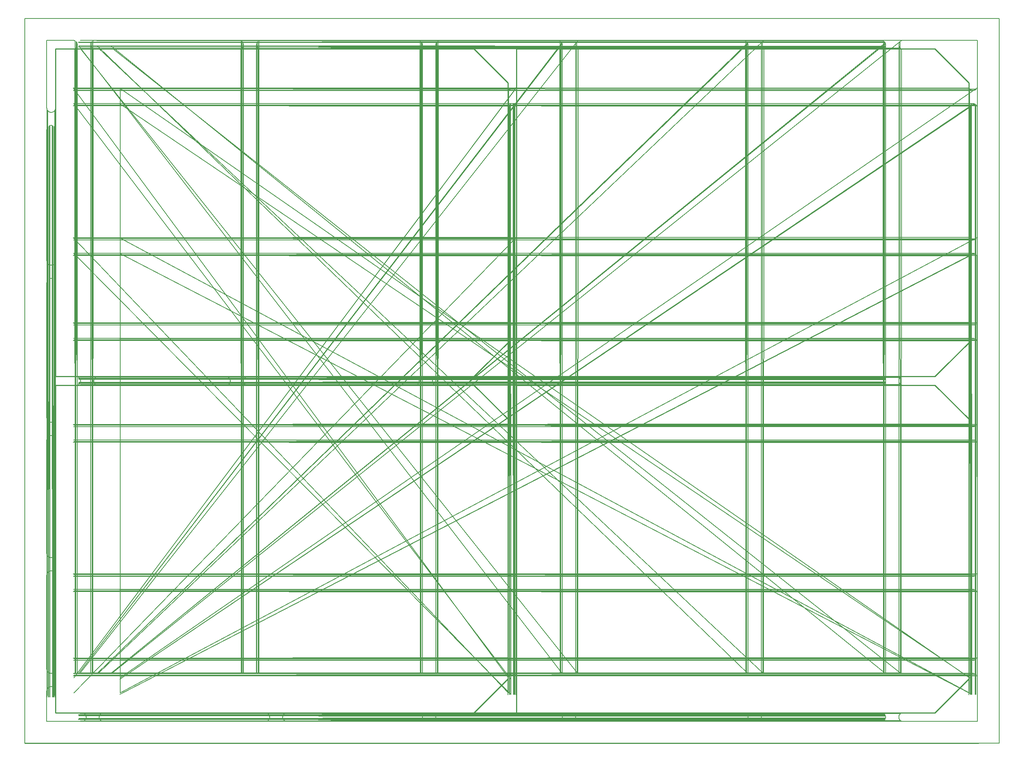
<source format=gm1>
%FSTAX24Y24*%
%MOMM*%
%SFA1B1*%

%IPPOS*%
%ADD31C,0.253999*%
%ADD32C,0.200000*%
%LNpcbpannel-1*%
%LPD*%
G54D31*
X0Y0D02*
X2182499D01*
X1104999Y147499D02*
Y742499D01*
X1027499Y069999D02*
X1104999Y147499D01*
X069999Y069999D02*
X1027499D01*
Y819999D02*
X1104999Y742499D01*
X069999Y819999D02*
X1027499D01*
X069999Y069999D02*
Y819999D01*
X1104999Y917499D02*
Y1512499D01*
X1027499Y839999D02*
X1104999Y917499D01*
X069999Y839999D02*
X1027499D01*
Y1589999D02*
X1104999Y1512499D01*
X069999Y1589999D02*
X1027499D01*
X069999Y839999D02*
Y1589999D01*
X2159999Y917499D02*
Y1512499D01*
X2082499Y839999D02*
X2159999Y917499D01*
X1124999Y839999D02*
X2082499D01*
Y1589999D02*
X2159999Y1512499D01*
X1124999Y1589999D02*
X2082499D01*
X1124999Y839999D02*
Y1589999D01*
X2159999Y147499D02*
Y742499D01*
X2082499Y069999D02*
X2159999Y147499D01*
X1124999Y069999D02*
X2082499D01*
Y819999D02*
X2159999Y742499D01*
X1124999Y819999D02*
X2082499D01*
X1124999Y069999D02*
Y819999D01*
G54D32*
X459999Y819999D02*
D01*
X460697Y820024*
X461391Y820097*
X462079Y820218*
X462756Y820387*
X463419Y820602*
X464067Y820864*
X464694Y82117*
X465299Y821519*
X465877Y821909*
X466427Y822339*
X466946Y822806*
X467431Y823308*
X467879Y823843*
X46829Y824408*
X46866Y824999*
X468987Y825616*
X469271Y826253*
X46951Y826909*
X469702Y82758*
X469847Y828263*
X469945Y828954*
X469993Y82965*
Y830348*
X469945Y831045*
X469847Y831736*
X469702Y832419*
X46951Y83309*
X469271Y833745*
X468987Y834383*
X46866Y834999*
X46829Y835591*
X467879Y836156*
X467431Y836691*
X466946Y837193*
X466427Y83766*
X465877Y83809*
X465299Y83848*
X464694Y838829*
X464067Y839135*
X463419Y839396*
X462756Y839612*
X462079Y839781*
X461391Y839902*
X460697Y839975*
X459999Y839999*
X509999D02*
D01*
X509302Y839975*
X508608Y839902*
X50792Y839781*
X507243Y839612*
X506579Y839396*
X505932Y839135*
X505305Y838829*
X5047Y83848*
X504121Y83809*
X503572Y83766*
X503053Y837193*
X502568Y836691*
X502119Y836156*
X501709Y835591*
X501339Y834999*
X501011Y834383*
X500727Y833745*
X500489Y83309*
X500296Y832419*
X500151Y831736*
X500054Y831045*
X500005Y830348*
Y82965*
X500054Y828954*
X500151Y828263*
X500296Y82758*
X500489Y826909*
X500727Y826253*
X501011Y825616*
X501339Y824999*
X501709Y824408*
X502119Y823843*
X502568Y823308*
X503053Y822806*
X503572Y822339*
X504121Y821909*
X5047Y821519*
X505305Y82117*
X505932Y820864*
X506579Y820602*
X507243Y820387*
X50792Y820218*
X508608Y820097*
X509302Y820024*
X509999Y819999*
X942499Y839999D02*
D01*
X941802Y839975*
X941108Y839902*
X94042Y839781*
X939743Y839612*
X939079Y839396*
X938432Y839135*
X937805Y838829*
X9372Y83848*
X936621Y83809*
X936072Y83766*
X935553Y837193*
X935068Y836691*
X934619Y836156*
X934209Y835591*
X933839Y834999*
X933511Y834383*
X933228Y833745*
X932989Y83309*
X932796Y832419*
X932651Y831736*
X932554Y831045*
X932505Y830348*
Y82965*
X932554Y828954*
X932651Y828263*
X932796Y82758*
X932989Y826909*
X933228Y826253*
X933511Y825616*
X933839Y824999*
X934209Y824408*
X934619Y823843*
X935068Y823308*
X935553Y822806*
X936072Y822339*
X936621Y821909*
X9372Y821519*
X937805Y82117*
X938432Y820864*
X939079Y820602*
X939743Y820387*
X94042Y820218*
X941108Y820097*
X941802Y820024*
X942499Y819999*
X892499D02*
D01*
X893197Y820024*
X893891Y820097*
X894579Y820218*
X895256Y820387*
X895919Y820602*
X896567Y820864*
X897194Y82117*
X897799Y821519*
X898377Y821909*
X898927Y822339*
X899446Y822806*
X899931Y823308*
X900379Y823843*
X90079Y824408*
X90116Y824999*
X901487Y825616*
X901771Y826253*
X90201Y826909*
X902202Y82758*
X902347Y828263*
X902444Y828954*
X902493Y82965*
Y830348*
X902444Y831045*
X902347Y831736*
X902202Y832419*
X90201Y83309*
X901771Y833745*
X901487Y834383*
X90116Y834999*
X90079Y835591*
X900379Y836156*
X899931Y836691*
X899446Y837193*
X898927Y83766*
X898377Y83809*
X897799Y83848*
X897194Y838829*
X896567Y839135*
X895919Y839396*
X895256Y839612*
X894579Y839781*
X893891Y839902*
X893197Y839975*
X892499Y839999*
X167499D02*
D01*
X166802Y839975*
X166108Y839902*
X16542Y839781*
X164743Y839612*
X164079Y839396*
X163432Y839135*
X162805Y838829*
X1622Y83848*
X161621Y83809*
X161072Y83766*
X160553Y837193*
X160068Y836691*
X159619Y836156*
X159209Y835591*
X158839Y834999*
X158512Y834383*
X158228Y833745*
X157989Y83309*
X157796Y832419*
X157651Y831736*
X157554Y831045*
X157505Y830348*
Y82965*
X157554Y828954*
X157651Y828263*
X157796Y82758*
X157989Y826909*
X158228Y826253*
X158512Y825616*
X158839Y824999*
X159209Y824408*
X159619Y823843*
X160068Y823308*
X160553Y822806*
X161072Y822339*
X161621Y821909*
X1622Y821519*
X162805Y82117*
X163432Y820864*
X164079Y820602*
X164743Y820387*
X16542Y820218*
X166108Y820097*
X166802Y820024*
X167499Y819999*
X117499D02*
D01*
X118197Y820024*
X118891Y820097*
X119578Y820218*
X120256Y820387*
X12092Y820602*
X121567Y820864*
X122194Y82117*
X122799Y821519*
X123377Y821909*
X123927Y822339*
X124446Y822806*
X124931Y823308*
X125379Y823843*
X12579Y824408*
X12616Y824999*
X126487Y825616*
X126771Y826253*
X12701Y826909*
X127202Y82758*
X127347Y828263*
X127445Y828954*
X127493Y82965*
Y830348*
X127445Y831045*
X127347Y831736*
X127202Y832419*
X12701Y83309*
X126771Y833745*
X126487Y834383*
X12616Y834999*
X12579Y835591*
X125379Y836156*
X124931Y836691*
X124446Y837193*
X123927Y83766*
X123377Y83809*
X122799Y83848*
X122194Y838829*
X121567Y839135*
X12092Y839396*
X120256Y839612*
X119578Y839781*
X118891Y839902*
X118197Y839975*
X117499Y839999*
X899999Y1589999D02*
D01*
X900697Y1590024*
X901391Y1590097*
X902078Y1590218*
X902756Y1590387*
X90342Y1590602*
X904067Y1590864*
X904694Y159117*
X905299Y1591519*
X905877Y1591909*
X906427Y1592339*
X906946Y1592806*
X907431Y1593308*
X90788Y1593843*
X90829Y1594408*
X90866Y1594999*
X908987Y1595616*
X909271Y1596253*
X90951Y1596909*
X909702Y159758*
X909848Y1598263*
X909945Y1598954*
X909993Y159965*
Y1600348*
X909945Y1601045*
X909848Y1601736*
X909702Y1602419*
X90951Y160309*
X909271Y1603745*
X908987Y1604383*
X90866Y1604999*
X90829Y1605591*
X90788Y1606156*
X907431Y1606691*
X906946Y1607193*
X906427Y160766*
X905877Y160809*
X905299Y160848*
X904694Y1608829*
X904067Y1609135*
X90342Y1609396*
X902756Y1609612*
X902078Y1609781*
X901391Y1609902*
X900697Y1609975*
X899999Y1609999*
X949999D02*
D01*
X949302Y1609975*
X948608Y1609902*
X94792Y1609781*
X947243Y1609612*
X946579Y1609396*
X945932Y1609135*
X945305Y1608829*
X9447Y160848*
X944122Y160809*
X943571Y160766*
X943053Y1607193*
X942568Y1606691*
X942119Y1606156*
X941709Y1605591*
X941339Y1604999*
X941011Y1604383*
X940728Y1603745*
X940489Y160309*
X940296Y1602419*
X940151Y1601736*
X940054Y1601045*
X940005Y1600348*
Y159965*
X940054Y1598954*
X940151Y1598263*
X940296Y159758*
X940489Y1596909*
X940728Y1596253*
X941011Y1595616*
X941339Y1594999*
X941709Y1594408*
X942119Y1593843*
X942568Y1593308*
X943053Y1592806*
X943571Y1592339*
X944122Y1591909*
X9447Y1591519*
X945305Y159117*
X945932Y1590864*
X946579Y1590602*
X947243Y1590387*
X94792Y1590218*
X948608Y1590097*
X949302Y1590024*
X949999Y1589999*
X489999D02*
D01*
X490697Y1590024*
X491391Y1590097*
X492079Y1590218*
X492756Y1590387*
X49342Y1590602*
X494067Y1590864*
X494694Y159117*
X495298Y1591519*
X495877Y1591909*
X496427Y1592339*
X496946Y1592806*
X497431Y1593308*
X497879Y1593843*
X49829Y1594408*
X49866Y1594999*
X498987Y1595616*
X499271Y1596253*
X49951Y1596909*
X499702Y159758*
X499847Y1598263*
X499945Y1598954*
X499993Y159965*
Y1600348*
X499945Y1601045*
X499847Y1601736*
X499702Y1602419*
X49951Y160309*
X499271Y1603745*
X498987Y1604383*
X49866Y1604999*
X49829Y1605591*
X497879Y1606156*
X497431Y1606691*
X496946Y1607193*
X496427Y160766*
X495877Y160809*
X495298Y160848*
X494694Y1608829*
X494067Y1609135*
X49342Y1609396*
X492756Y1609612*
X492079Y1609781*
X491391Y1609902*
X490697Y1609975*
X489999Y1609999*
X539999D02*
D01*
X539302Y1609975*
X538608Y1609902*
X53792Y1609781*
X537243Y1609612*
X536579Y1609396*
X535932Y1609135*
X535305Y1608829*
X5347Y160848*
X534122Y160809*
X533571Y160766*
X533053Y1607193*
X532568Y1606691*
X532119Y1606156*
X531709Y1605591*
X531339Y1604999*
X531011Y1604383*
X530727Y1603745*
X530489Y160309*
X530296Y1602419*
X530151Y1601736*
X530054Y1601045*
X530006Y1600348*
Y159965*
X530054Y1598954*
X530151Y1598263*
X530296Y159758*
X530489Y1596909*
X530727Y1596253*
X531011Y1595616*
X531339Y1594999*
X531709Y1594408*
X532119Y1593843*
X532568Y1593308*
X533053Y1592806*
X533571Y1592339*
X534122Y1591909*
X5347Y1591519*
X535305Y159117*
X535932Y1590864*
X536579Y1590602*
X537243Y1590387*
X53792Y1590218*
X538608Y1590097*
X539302Y1590024*
X539999Y1589999*
X109999D02*
D01*
X110697Y1590024*
X111391Y1590097*
X112079Y1590218*
X112756Y1590387*
X11342Y1590602*
X114067Y1590864*
X114694Y159117*
X115298Y1591519*
X115877Y1591909*
X116427Y1592339*
X116946Y1592806*
X117431Y1593308*
X117879Y1593843*
X11829Y1594408*
X11866Y1594999*
X118987Y1595616*
X119271Y1596253*
X11951Y1596909*
X119702Y159758*
X119847Y1598263*
X119945Y1598954*
X119993Y159965*
Y1600348*
X119945Y1601045*
X119847Y1601736*
X119702Y1602419*
X11951Y160309*
X119271Y1603745*
X118987Y1604383*
X11866Y1604999*
X11829Y1605591*
X117879Y1606156*
X117431Y1606691*
X116946Y1607193*
X116427Y160766*
X115877Y160809*
X115298Y160848*
X114694Y1608829*
X114067Y1609135*
X11342Y1609396*
X112756Y1609612*
X112079Y1609781*
X111391Y1609902*
X110697Y1609975*
X109999Y1609999*
X159999D02*
D01*
X159302Y1609975*
X158608Y1609902*
X15792Y1609781*
X157243Y1609612*
X156579Y1609396*
X155932Y1609135*
X155305Y1608829*
X1547Y160848*
X154122Y160809*
X153571Y160766*
X153053Y1607193*
X152568Y1606691*
X152119Y1606156*
X151709Y1605591*
X151339Y1604999*
X151011Y1604383*
X150727Y1603745*
X150489Y160309*
X150296Y1602419*
X150151Y1601736*
X150054Y1601045*
X150006Y1600348*
Y159965*
X150054Y1598954*
X150151Y1598263*
X150296Y159758*
X150489Y1596909*
X150727Y1596253*
X151011Y1595616*
X151339Y1594999*
X151709Y1594408*
X152119Y1593843*
X152568Y1593308*
X153053Y1592806*
X153571Y1592339*
X154122Y1591909*
X1547Y1591519*
X155305Y159117*
X155932Y1590864*
X156579Y1590602*
X157243Y1590387*
X15792Y1590218*
X158608Y1590097*
X159302Y1590024*
X159999Y1589999*
X069999Y1404999D02*
D01*
X069975Y1405697*
X069902Y1406391*
X069781Y1407078*
X069612Y1407756*
X069396Y140842*
X069135Y1409067*
X068829Y1409694*
X06848Y1410299*
X06809Y1410877*
X06766Y1411427*
X067193Y1411946*
X066691Y1412431*
X066156Y141288*
X065591Y141329*
X064999Y141366*
X064383Y1413987*
X063745Y1414271*
X06309Y141451*
X062418Y1414702*
X061736Y1414848*
X061045Y1414945*
X060348Y1414993*
X05965*
X058954Y1414945*
X058263Y1414848*
X05758Y1414702*
X056909Y141451*
X056253Y1414271*
X055616Y1413987*
X054999Y141366*
X054408Y141329*
X053843Y141288*
X053308Y1412431*
X052806Y1411946*
X052339Y1411427*
X051909Y1410877*
X051519Y1410299*
X05117Y1409694*
X050864Y1409067*
X050602Y140842*
X050387Y1407756*
X050218Y1407078*
X050097Y1406391*
X050024Y1405697*
X049999Y1404999*
Y1454999D02*
D01*
X050024Y1454302*
X050097Y1453608*
X050218Y145292*
X050387Y1452243*
X050602Y1451579*
X050864Y1450932*
X05117Y1450305*
X051519Y14497*
X051909Y1449122*
X052339Y1448571*
X052806Y1448053*
X053308Y1447568*
X053843Y1447119*
X054408Y1446709*
X054999Y1446339*
X055616Y1446011*
X056253Y1445728*
X056909Y1445489*
X05758Y1445296*
X058263Y1445151*
X058954Y1445054*
X05965Y1445006*
X060348*
X061045Y1445054*
X061736Y1445151*
X062418Y1445296*
X06309Y1445489*
X063745Y1445728*
X064383Y1446011*
X064999Y1446339*
X065591Y1446709*
X066156Y1447119*
X066691Y1447568*
X067193Y1448053*
X06766Y1448571*
X06809Y1449122*
X06848Y14497*
X068829Y1450305*
X069135Y1450932*
X069396Y1451579*
X069612Y1452243*
X069781Y145292*
X069902Y1453608*
X069975Y1454302*
X069999Y1454999*
Y1054999D02*
D01*
X069975Y1055697*
X069902Y1056391*
X069781Y1057078*
X069612Y1057756*
X069396Y105842*
X069135Y1059067*
X068829Y1059694*
X06848Y1060299*
X06809Y1060877*
X06766Y1061427*
X067193Y1061946*
X066691Y1062431*
X066156Y106288*
X065591Y106329*
X064999Y106366*
X064383Y1063987*
X063745Y1064271*
X06309Y106451*
X062418Y1064702*
X061736Y1064848*
X061045Y1064945*
X060348Y1064993*
X05965*
X058954Y1064945*
X058263Y1064848*
X05758Y1064702*
X056909Y106451*
X056253Y1064271*
X055616Y1063987*
X054999Y106366*
X054408Y106329*
X053843Y106288*
X053308Y1062431*
X052806Y1061946*
X052339Y1061427*
X051909Y1060877*
X051519Y1060299*
X05117Y1059694*
X050864Y1059067*
X050602Y105842*
X050387Y1057756*
X050218Y1057078*
X050097Y1056391*
X050024Y1055697*
X049999Y1054999*
Y1104999D02*
D01*
X050024Y1104302*
X050097Y1103608*
X050218Y110292*
X050387Y1102243*
X050602Y1101579*
X050864Y1100932*
X05117Y1100305*
X051519Y10997*
X051909Y1099122*
X052339Y1098572*
X052806Y1098053*
X053308Y1097568*
X053843Y1097119*
X054408Y1096709*
X054999Y1096339*
X055616Y1096012*
X056253Y1095728*
X056909Y1095489*
X05758Y1095297*
X058263Y1095151*
X058954Y1095054*
X05965Y1095005*
X060348*
X061045Y1095054*
X061736Y1095151*
X062418Y1095297*
X06309Y1095489*
X063745Y1095728*
X064383Y1096012*
X064999Y1096339*
X065591Y1096709*
X066156Y1097119*
X066691Y1097568*
X067193Y1098053*
X06766Y1098572*
X06809Y1099122*
X06848Y10997*
X068829Y1100305*
X069135Y1100932*
X069396Y1101579*
X069612Y1102243*
X069781Y110292*
X069902Y1103608*
X069975Y1104302*
X069999Y1104999*
X179999Y069999D02*
D01*
X179302Y069975*
X178608Y069902*
X17792Y069781*
X177243Y069612*
X176579Y069396*
X175932Y069135*
X175305Y068829*
X1747Y06848*
X174122Y06809*
X173571Y06766*
X173053Y067193*
X172568Y066691*
X172119Y066156*
X171709Y065591*
X171339Y064999*
X171011Y064383*
X170728Y063745*
X170489Y06309*
X170296Y062418*
X170151Y061736*
X170054Y061045*
X170006Y060348*
Y05965*
X170054Y058954*
X170151Y058263*
X170296Y05758*
X170489Y056909*
X170728Y056253*
X171011Y055616*
X171339Y054999*
X171709Y054408*
X172119Y053843*
X172568Y053308*
X173053Y052806*
X173571Y052339*
X174122Y051909*
X1747Y051519*
X175305Y05117*
X175932Y050864*
X176579Y050602*
X177243Y050387*
X17792Y050218*
X178608Y050097*
X179302Y050024*
X179999Y049999*
X129999D02*
D01*
X130697Y050024*
X131391Y050097*
X132078Y050218*
X132756Y050387*
X13342Y050602*
X134067Y050864*
X134694Y05117*
X135298Y051519*
X135877Y051909*
X136427Y052339*
X136946Y052806*
X137431Y053308*
X13788Y053843*
X13829Y054408*
X13866Y054999*
X138987Y055616*
X139271Y056253*
X13951Y056909*
X139702Y05758*
X139847Y058263*
X139945Y058954*
X139993Y05965*
Y060348*
X139945Y061045*
X139847Y061736*
X139702Y062418*
X13951Y06309*
X139271Y063745*
X138987Y064383*
X13866Y064999*
X13829Y065591*
X13788Y066156*
X137431Y066691*
X136946Y067193*
X136427Y06766*
X135877Y06809*
X135298Y06848*
X134694Y068829*
X134067Y069135*
X13342Y069396*
X132756Y069612*
X132078Y069781*
X131391Y069902*
X130697Y069975*
X129999Y069999*
X599999D02*
D01*
X599302Y069975*
X598608Y069902*
X59792Y069781*
X597243Y069612*
X596579Y069396*
X595932Y069135*
X595305Y068829*
X5947Y06848*
X594122Y06809*
X593572Y06766*
X593053Y067193*
X592568Y066691*
X592119Y066156*
X591709Y065591*
X591339Y064999*
X591012Y064383*
X590728Y063745*
X590489Y06309*
X590297Y062418*
X590151Y061736*
X590054Y061045*
X590005Y060348*
Y05965*
X590054Y058954*
X590151Y058263*
X590297Y05758*
X590489Y056909*
X590728Y056253*
X591012Y055616*
X591339Y054999*
X591709Y054408*
X592119Y053843*
X592568Y053308*
X593053Y052806*
X593572Y052339*
X594122Y051909*
X5947Y051519*
X595305Y05117*
X595932Y050864*
X596579Y050602*
X597243Y050387*
X59792Y050218*
X598608Y050097*
X599302Y050024*
X599999Y049999*
X549999D02*
D01*
X550697Y050024*
X551391Y050097*
X552078Y050218*
X552756Y050387*
X55342Y050602*
X554067Y050864*
X554694Y05117*
X555299Y051519*
X555877Y051909*
X556427Y052339*
X556946Y052806*
X557431Y053308*
X55788Y053843*
X55829Y054408*
X55866Y054999*
X558987Y055616*
X559271Y056253*
X55951Y056909*
X559702Y05758*
X559848Y058263*
X559945Y058954*
X559993Y05965*
Y060348*
X559945Y061045*
X559848Y061736*
X559702Y062418*
X55951Y06309*
X559271Y063745*
X558987Y064383*
X55866Y064999*
X55829Y065591*
X55788Y066156*
X557431Y066691*
X556946Y067193*
X556427Y06766*
X555877Y06809*
X555299Y06848*
X554694Y068829*
X554067Y069135*
X55342Y069396*
X552756Y069612*
X552078Y069781*
X551391Y069902*
X550697Y069975*
X549999Y069999*
X949999D02*
D01*
X949302Y069975*
X948608Y069902*
X94792Y069781*
X947243Y069612*
X946579Y069396*
X945932Y069135*
X945305Y068829*
X9447Y06848*
X944122Y06809*
X943571Y06766*
X943053Y067193*
X942568Y066691*
X942119Y066156*
X941709Y065591*
X941339Y064999*
X941011Y064383*
X940728Y063745*
X940489Y06309*
X940296Y062418*
X940151Y061736*
X940054Y061045*
X940005Y060348*
Y05965*
X940054Y058954*
X940151Y058263*
X940296Y05758*
X940489Y056909*
X940728Y056253*
X941011Y055616*
X941339Y054999*
X941709Y054408*
X942119Y053843*
X942568Y053308*
X943053Y052806*
X943571Y052339*
X944122Y051909*
X9447Y051519*
X945305Y05117*
X945932Y050864*
X946579Y050602*
X947243Y050387*
X94792Y050218*
X948608Y050097*
X949302Y050024*
X949999Y049999*
X899999D02*
D01*
X900697Y050024*
X901391Y050097*
X902078Y050218*
X902756Y050387*
X90342Y050602*
X904067Y050864*
X904694Y05117*
X905299Y051519*
X905877Y051909*
X906427Y052339*
X906946Y052806*
X907431Y053308*
X90788Y053843*
X90829Y054408*
X90866Y054999*
X908987Y055616*
X909271Y056253*
X90951Y056909*
X909702Y05758*
X909848Y058263*
X909945Y058954*
X909993Y05965*
Y060348*
X909945Y061045*
X909848Y061736*
X909702Y062418*
X90951Y06309*
X909271Y063745*
X908987Y064383*
X90866Y064999*
X90829Y065591*
X90788Y066156*
X907431Y066691*
X906946Y067193*
X906427Y06766*
X905877Y06809*
X905299Y06848*
X904694Y068829*
X904067Y069135*
X90342Y069396*
X902756Y069612*
X902078Y069781*
X901391Y069902*
X900697Y069975*
X899999Y069999*
X127D02*
D01*
X1269302Y069975*
X1268608Y069902*
X126792Y069781*
X1267243Y069612*
X1266579Y069396*
X1265932Y069135*
X1265305Y068829*
X12647Y06848*
X1264121Y06809*
X1263572Y06766*
X1263053Y067193*
X1262568Y066691*
X1262119Y066156*
X1261709Y065591*
X1261339Y064999*
X1261011Y064383*
X1260727Y063745*
X1260489Y06309*
X1260296Y062418*
X1260151Y061736*
X1260054Y061045*
X1260005Y060348*
Y05965*
X1260054Y058954*
X1260151Y058263*
X1260296Y05758*
X1260489Y056909*
X1260727Y056253*
X1261011Y055616*
X1261339Y054999*
X1261709Y054408*
X1262119Y053843*
X1262568Y053308*
X1263053Y052806*
X1263572Y052339*
X1264121Y051909*
X12647Y051519*
X1265305Y05117*
X1265932Y050864*
X1266579Y050602*
X1267243Y050387*
X126792Y050218*
X1268608Y050097*
X1269302Y050024*
X127Y049999*
X1219999D02*
D01*
X1220697Y050024*
X1221391Y050097*
X1222079Y050218*
X1222756Y050387*
X1223419Y050602*
X1224067Y050864*
X1224694Y05117*
X1225299Y051519*
X1225877Y051909*
X1226427Y052339*
X1226946Y052806*
X1227431Y053308*
X1227879Y053843*
X122829Y054408*
X122866Y054999*
X1228987Y055616*
X1229271Y056253*
X122951Y056909*
X1229702Y05758*
X1229847Y058263*
X1229945Y058954*
X1229993Y05965*
Y060348*
X1229945Y061045*
X1229847Y061736*
X1229702Y062418*
X122951Y06309*
X1229271Y063745*
X1228987Y064383*
X122866Y064999*
X122829Y065591*
X1227879Y066156*
X1227431Y066691*
X1226946Y067193*
X1226427Y06766*
X1225877Y06809*
X1225299Y06848*
X1224694Y068829*
X1224067Y069135*
X1223419Y069396*
X1222756Y069612*
X1222079Y069781*
X1221391Y069902*
X1220697Y069975*
X1219999Y069999*
X1694999D02*
D01*
X1694302Y069975*
X1693608Y069902*
X169292Y069781*
X1692243Y069612*
X1691579Y069396*
X1690932Y069135*
X1690305Y068829*
X16897Y06848*
X1689122Y06809*
X1688571Y06766*
X1688053Y067193*
X1687568Y066691*
X1687119Y066156*
X1686709Y065591*
X1686339Y064999*
X1686011Y064383*
X1685728Y063745*
X1685489Y06309*
X1685296Y062418*
X1685151Y061736*
X1685054Y061045*
X1685006Y060348*
Y05965*
X1685054Y058954*
X1685151Y058263*
X1685296Y05758*
X1685489Y056909*
X1685728Y056253*
X1686011Y055616*
X1686339Y054999*
X1686709Y054408*
X1687119Y053843*
X1687568Y053308*
X1688053Y052806*
X1688571Y052339*
X1689122Y051909*
X16897Y051519*
X1690305Y05117*
X1690932Y050864*
X1691579Y050602*
X1692243Y050387*
X169292Y050218*
X1693608Y050097*
X1694302Y050024*
X1694999Y049999*
X1644999D02*
D01*
X1645697Y050024*
X1646391Y050097*
X1647079Y050218*
X1647756Y050387*
X164842Y050602*
X1649067Y050864*
X1649694Y05117*
X1650298Y051519*
X1650877Y051909*
X1651427Y052339*
X1651946Y052806*
X1652431Y053308*
X1652879Y053843*
X165329Y054408*
X165366Y054999*
X1653987Y055616*
X1654271Y056253*
X165451Y056909*
X1654702Y05758*
X1654847Y058263*
X1654945Y058954*
X1654993Y05965*
Y060348*
X1654945Y061045*
X1654847Y061736*
X1654702Y062418*
X165451Y06309*
X1654271Y063745*
X1653987Y064383*
X165366Y064999*
X165329Y065591*
X1652879Y066156*
X1652431Y066691*
X1651946Y067193*
X1651427Y06766*
X1650877Y06809*
X1650298Y06848*
X1649694Y068829*
X1649067Y069135*
X164842Y069396*
X1647756Y069612*
X1647079Y069781*
X1646391Y069902*
X1645697Y069975*
X1644999Y069999*
X2009999D02*
D01*
X2009302Y069975*
X2008608Y069902*
X200792Y069781*
X2007243Y069612*
X2006579Y069396*
X2005932Y069135*
X2005305Y068829*
X20047Y06848*
X2004121Y06809*
X2003572Y06766*
X2003053Y067193*
X2002568Y066691*
X2002119Y066156*
X2001709Y065591*
X2001339Y064999*
X2001012Y064383*
X2000728Y063745*
X2000489Y06309*
X2000296Y062418*
X2000151Y061736*
X2000054Y061045*
X2000005Y060348*
Y05965*
X2000054Y058954*
X2000151Y058263*
X2000296Y05758*
X2000489Y056909*
X2000728Y056253*
X2001012Y055616*
X2001339Y054999*
X2001709Y054408*
X2002119Y053843*
X2002568Y053308*
X2003053Y052806*
X2003572Y052339*
X2004121Y051909*
X20047Y051519*
X2005305Y05117*
X2005932Y050864*
X2006579Y050602*
X2007243Y050387*
X200792Y050218*
X2008608Y050097*
X2009302Y050024*
X2009999Y049999*
X1959999D02*
D01*
X1960697Y050024*
X1961391Y050097*
X1962078Y050218*
X1962756Y050387*
X196342Y050602*
X1964067Y050864*
X1964694Y05117*
X1965299Y051519*
X1965877Y051909*
X1966427Y052339*
X1966946Y052806*
X1967431Y053308*
X1967879Y053843*
X196829Y054408*
X196866Y054999*
X1968987Y055616*
X1969271Y056253*
X196951Y056909*
X1969702Y05758*
X1969847Y058263*
X1969945Y058954*
X1969993Y05965*
Y060348*
X1969945Y061045*
X1969847Y061736*
X1969702Y062418*
X196951Y06309*
X1969271Y063745*
X1968987Y064383*
X196866Y064999*
X196829Y065591*
X1967879Y066156*
X1967431Y066691*
X1966946Y067193*
X1966427Y06766*
X1965877Y06809*
X1965299Y06848*
X1964694Y068829*
X1964067Y069135*
X196342Y069396*
X1962756Y069612*
X1962078Y069781*
X1961391Y069902*
X1960697Y069975*
X1959999Y069999*
Y819999D02*
D01*
X1960697Y820024*
X1961391Y820097*
X1962078Y820218*
X1962756Y820387*
X196342Y820602*
X1964067Y820864*
X1964694Y82117*
X1965299Y821519*
X1965877Y821909*
X1966427Y822339*
X1966946Y822806*
X1967431Y823308*
X1967879Y823843*
X196829Y824408*
X196866Y824999*
X1968987Y825616*
X1969271Y826253*
X196951Y826909*
X1969702Y82758*
X1969847Y828263*
X1969945Y828954*
X1969993Y82965*
Y830348*
X1969945Y831045*
X1969847Y831736*
X1969702Y832419*
X196951Y83309*
X1969271Y833745*
X1968987Y834383*
X196866Y834999*
X196829Y835591*
X1967879Y836156*
X1967431Y836691*
X1966946Y837193*
X1966427Y83766*
X1965877Y83809*
X1965299Y83848*
X1964694Y838829*
X1964067Y839135*
X196342Y839396*
X1962756Y839612*
X1962078Y839781*
X1961391Y839902*
X1960697Y839975*
X1959999Y839999*
X2009999D02*
D01*
X2009302Y839975*
X2008608Y839902*
X200792Y839781*
X2007243Y839612*
X2006579Y839396*
X2005932Y839135*
X2005305Y838829*
X20047Y83848*
X2004121Y83809*
X2003572Y83766*
X2003053Y837193*
X2002568Y836691*
X2002119Y836156*
X2001709Y835591*
X2001339Y834999*
X2001012Y834383*
X2000728Y833745*
X2000489Y83309*
X2000296Y832419*
X2000151Y831736*
X2000054Y831045*
X2000005Y830348*
Y82965*
X2000054Y828954*
X2000151Y828263*
X2000296Y82758*
X2000489Y826909*
X2000728Y826253*
X2001012Y825616*
X2001339Y824999*
X2001709Y824408*
X2002119Y823843*
X2002568Y823308*
X2003053Y822806*
X2003572Y822339*
X2004121Y821909*
X20047Y821519*
X2005305Y82117*
X2005932Y820864*
X2006579Y820602*
X2007243Y820387*
X200792Y820218*
X2008608Y820097*
X2009302Y820024*
X2009999Y819999*
X1644999D02*
D01*
X1645697Y820024*
X1646391Y820097*
X1647079Y820218*
X1647756Y820387*
X164842Y820602*
X1649067Y820864*
X1649694Y82117*
X1650298Y821519*
X1650877Y821909*
X1651427Y822339*
X1651946Y822806*
X1652431Y823308*
X1652879Y823843*
X165329Y824408*
X165366Y824999*
X1653987Y825616*
X1654271Y826253*
X165451Y826909*
X1654702Y82758*
X1654847Y828263*
X1654945Y828954*
X1654993Y82965*
Y830348*
X1654945Y831045*
X1654847Y831736*
X1654702Y832419*
X165451Y83309*
X1654271Y833745*
X1653987Y834383*
X165366Y834999*
X165329Y835591*
X1652879Y836156*
X1652431Y836691*
X1651946Y837193*
X1651427Y83766*
X1650877Y83809*
X1650298Y83848*
X1649694Y838829*
X1649067Y839135*
X164842Y839396*
X1647756Y839612*
X1647079Y839781*
X1646391Y839902*
X1645697Y839975*
X1644999Y839999*
X1694999D02*
D01*
X1694302Y839975*
X1693608Y839902*
X169292Y839781*
X1692243Y839612*
X1691579Y839396*
X1690932Y839135*
X1690305Y838829*
X16897Y83848*
X1689122Y83809*
X1688571Y83766*
X1688053Y837193*
X1687568Y836691*
X1687119Y836156*
X1686709Y835591*
X1686339Y834999*
X1686011Y834383*
X1685728Y833745*
X1685489Y83309*
X1685296Y832419*
X1685151Y831736*
X1685054Y831045*
X1685006Y830348*
Y82965*
X1685054Y828954*
X1685151Y828263*
X1685296Y82758*
X1685489Y826909*
X1685728Y826253*
X1686011Y825616*
X1686339Y824999*
X1686709Y824408*
X1687119Y823843*
X1687568Y823308*
X1688053Y822806*
X1688571Y822339*
X1689122Y821909*
X16897Y821519*
X1690305Y82117*
X1690932Y820864*
X1691579Y820602*
X1692243Y820387*
X169292Y820218*
X1693608Y820097*
X1694302Y820024*
X1694999Y819999*
X1219999D02*
D01*
X1220697Y820024*
X1221391Y820097*
X1222079Y820218*
X1222756Y820387*
X1223419Y820602*
X1224067Y820864*
X1224694Y82117*
X1225299Y821519*
X1225877Y821909*
X1226427Y822339*
X1226946Y822806*
X1227431Y823308*
X1227879Y823843*
X122829Y824408*
X122866Y824999*
X1228987Y825616*
X1229271Y826253*
X122951Y826909*
X1229702Y82758*
X1229847Y828263*
X1229945Y828954*
X1229993Y82965*
Y830348*
X1229945Y831045*
X1229847Y831736*
X1229702Y832419*
X122951Y83309*
X1229271Y833745*
X1228987Y834383*
X122866Y834999*
X122829Y835591*
X1227879Y836156*
X1227431Y836691*
X1226946Y837193*
X1226427Y83766*
X1225877Y83809*
X1225299Y83848*
X1224694Y838829*
X1224067Y839135*
X1223419Y839396*
X1222756Y839612*
X1222079Y839781*
X1221391Y839902*
X1220697Y839975*
X1219999Y839999*
X127D02*
D01*
X1269302Y839975*
X1268608Y839902*
X126792Y839781*
X1267243Y839612*
X1266579Y839396*
X1265932Y839135*
X1265305Y838829*
X12647Y83848*
X1264121Y83809*
X1263572Y83766*
X1263053Y837193*
X1262568Y836691*
X1262119Y836156*
X1261709Y835591*
X1261339Y834999*
X1261011Y834383*
X1260727Y833745*
X1260489Y83309*
X1260296Y832419*
X1260151Y831736*
X1260054Y831045*
X1260005Y830348*
Y82965*
X1260054Y828954*
X1260151Y828263*
X1260296Y82758*
X1260489Y826909*
X1260727Y826253*
X1261011Y825616*
X1261339Y824999*
X1261709Y824408*
X1262119Y823843*
X1262568Y823308*
X1263053Y822806*
X1263572Y822339*
X1264121Y821909*
X12647Y821519*
X1265305Y82117*
X1265932Y820864*
X1266579Y820602*
X1267243Y820387*
X126792Y820218*
X1268608Y820097*
X1269302Y820024*
X127Y819999*
X1959999Y1589999D02*
D01*
X1960697Y1590024*
X1961391Y1590097*
X1962078Y1590218*
X1962756Y1590387*
X196342Y1590602*
X1964067Y1590864*
X1964694Y159117*
X1965299Y1591519*
X1965877Y1591909*
X1966427Y1592339*
X1966946Y1592806*
X1967431Y1593308*
X1967879Y1593843*
X196829Y1594408*
X196866Y1594999*
X1968987Y1595616*
X1969271Y1596253*
X196951Y1596909*
X1969702Y159758*
X1969847Y1598263*
X1969945Y1598954*
X1969993Y159965*
Y1600348*
X1969945Y1601045*
X1969847Y1601736*
X1969702Y1602419*
X196951Y160309*
X1969271Y1603745*
X1968987Y1604383*
X196866Y1604999*
X196829Y1605591*
X1967879Y1606156*
X1967431Y1606691*
X1966946Y1607193*
X1966427Y160766*
X1965877Y160809*
X1965299Y160848*
X1964694Y1608829*
X1964067Y1609135*
X196342Y1609396*
X1962756Y1609612*
X1962078Y1609781*
X1961391Y1609902*
X1960697Y1609975*
X1959999Y1609999*
X2009999D02*
D01*
X2009302Y1609975*
X2008608Y1609902*
X200792Y1609781*
X2007243Y1609612*
X2006579Y1609396*
X2005932Y1609135*
X2005305Y1608829*
X20047Y160848*
X2004121Y160809*
X2003572Y160766*
X2003053Y1607193*
X2002568Y1606691*
X2002119Y1606156*
X2001709Y1605591*
X2001339Y1604999*
X2001012Y1604383*
X2000728Y1603745*
X2000489Y160309*
X2000296Y1602419*
X2000151Y1601736*
X2000054Y1601045*
X2000005Y1600348*
Y159965*
X2000054Y1598954*
X2000151Y1598263*
X2000296Y159758*
X2000489Y1596909*
X2000728Y1596253*
X2001012Y1595616*
X2001339Y1594999*
X2001709Y1594408*
X2002119Y1593843*
X2002568Y1593308*
X2003053Y1592806*
X2003572Y1592339*
X2004121Y1591909*
X20047Y1591519*
X2005305Y159117*
X2005932Y1590864*
X2006579Y1590602*
X2007243Y1590387*
X200792Y1590218*
X2008608Y1590097*
X2009302Y1590024*
X2009999Y1589999*
X1644999D02*
D01*
X1645697Y1590024*
X1646391Y1590097*
X1647079Y1590218*
X1647756Y1590387*
X164842Y1590602*
X1649067Y1590864*
X1649694Y159117*
X1650298Y1591519*
X1650877Y1591909*
X1651427Y1592339*
X1651946Y1592806*
X1652431Y1593308*
X1652879Y1593843*
X165329Y1594408*
X165366Y1594999*
X1653987Y1595616*
X1654271Y1596253*
X165451Y1596909*
X1654702Y159758*
X1654847Y1598263*
X1654945Y1598954*
X1654993Y159965*
Y1600348*
X1654945Y1601045*
X1654847Y1601736*
X1654702Y1602419*
X165451Y160309*
X1654271Y1603745*
X1653987Y1604383*
X165366Y1604999*
X165329Y1605591*
X1652879Y1606156*
X1652431Y1606691*
X1651946Y1607193*
X1651427Y160766*
X1650877Y160809*
X1650298Y160848*
X1649694Y1608829*
X1649067Y1609135*
X164842Y1609396*
X1647756Y1609612*
X1647079Y1609781*
X1646391Y1609902*
X1645697Y1609975*
X1644999Y1609999*
X1694999D02*
D01*
X1694302Y1609975*
X1693608Y1609902*
X169292Y1609781*
X1692243Y1609612*
X1691579Y1609396*
X1690932Y1609135*
X1690305Y1608829*
X16897Y160848*
X1689122Y160809*
X1688571Y160766*
X1688053Y1607193*
X1687568Y1606691*
X1687119Y1606156*
X1686709Y1605591*
X1686339Y1604999*
X1686011Y1604383*
X1685728Y1603745*
X1685489Y160309*
X1685296Y1602419*
X1685151Y1601736*
X1685054Y1601045*
X1685006Y1600348*
Y159965*
X1685054Y1598954*
X1685151Y1598263*
X1685296Y159758*
X1685489Y1596909*
X1685728Y1596253*
X1686011Y1595616*
X1686339Y1594999*
X1686709Y1594408*
X1687119Y1593843*
X1687568Y1593308*
X1688053Y1592806*
X1688571Y1592339*
X1689122Y1591909*
X16897Y1591519*
X1690305Y159117*
X1690932Y1590864*
X1691579Y1590602*
X1692243Y1590387*
X169292Y1590218*
X1693608Y1590097*
X1694302Y1590024*
X1694999Y1589999*
X1219999D02*
D01*
X1220697Y1590024*
X1221391Y1590097*
X1222079Y1590218*
X1222756Y1590387*
X1223419Y1590602*
X1224067Y1590864*
X1224694Y159117*
X1225299Y1591519*
X1225877Y1591909*
X1226427Y1592339*
X1226946Y1592806*
X1227431Y1593308*
X1227879Y1593843*
X122829Y1594408*
X122866Y1594999*
X1228987Y1595616*
X1229271Y1596253*
X122951Y1596909*
X1229702Y159758*
X1229847Y1598263*
X1229945Y1598954*
X1229993Y159965*
Y1600348*
X1229945Y1601045*
X1229847Y1601736*
X1229702Y1602419*
X122951Y160309*
X1229271Y1603745*
X1228987Y1604383*
X122866Y1604999*
X122829Y1605591*
X1227879Y1606156*
X1227431Y1606691*
X1226946Y1607193*
X1226427Y160766*
X1225877Y160809*
X1225299Y160848*
X1224694Y1608829*
X1224067Y1609135*
X1223419Y1609396*
X1222756Y1609612*
X1222079Y1609781*
X1221391Y1609902*
X1220697Y1609975*
X1219999Y1609999*
X127D02*
D01*
X1269302Y1609975*
X1268608Y1609902*
X126792Y1609781*
X1267243Y1609612*
X1266579Y1609396*
X1265932Y1609135*
X1265305Y1608829*
X12647Y160848*
X1264121Y160809*
X1263572Y160766*
X1263053Y1607193*
X1262568Y1606691*
X1262119Y1606156*
X1261709Y1605591*
X1261339Y1604999*
X1261011Y1604383*
X1260727Y1603745*
X1260489Y160309*
X1260296Y1602419*
X1260151Y1601736*
X1260054Y1601045*
X1260005Y1600348*
Y159965*
X1260054Y1598954*
X1260151Y1598263*
X1260296Y159758*
X1260489Y1596909*
X1260727Y1596253*
X1261011Y1595616*
X1261339Y1594999*
X1261709Y1594408*
X1262119Y1593843*
X1262568Y1593308*
X1263053Y1592806*
X1263572Y1592339*
X1264121Y1591909*
X12647Y1591519*
X1265305Y159117*
X1265932Y1590864*
X1266579Y1590602*
X1267243Y1590387*
X126792Y1590218*
X1268608Y1590097*
X1269302Y1590024*
X127Y1589999*
X069999Y119999D02*
D01*
X069975Y120697*
X069902Y121391*
X069781Y122079*
X069612Y122756*
X069396Y12342*
X069135Y124067*
X068829Y124694*
X06848Y125298*
X06809Y125877*
X06766Y126427*
X067193Y126946*
X066691Y127431*
X066156Y127879*
X065591Y12829*
X064999Y12866*
X064383Y128987*
X063745Y129271*
X06309Y12951*
X062418Y129702*
X061736Y129847*
X061045Y129945*
X060348Y129993*
X05965*
X058954Y129945*
X058263Y129847*
X05758Y129702*
X056909Y12951*
X056253Y129271*
X055616Y128987*
X054999Y12866*
X054408Y12829*
X053843Y127879*
X053308Y127431*
X052806Y126946*
X052339Y126427*
X051909Y125877*
X051519Y125298*
X05117Y124694*
X050864Y124067*
X050602Y12342*
X050387Y122756*
X050218Y122079*
X050097Y121391*
X050024Y120697*
X049999Y119999*
Y169999D02*
D01*
X050024Y169302*
X050097Y168608*
X050218Y16792*
X050387Y167243*
X050602Y166579*
X050864Y165932*
X05117Y165305*
X051519Y1647*
X051909Y164122*
X052339Y163571*
X052806Y163053*
X053308Y162568*
X053843Y162119*
X054408Y161709*
X054999Y161339*
X055616Y161011*
X056253Y160728*
X056909Y160489*
X05758Y160296*
X058263Y160151*
X058954Y160054*
X05965Y160006*
X060348*
X061045Y160054*
X061736Y160151*
X062418Y160296*
X06309Y160489*
X063745Y160728*
X064383Y161011*
X064999Y161339*
X065591Y161709*
X066156Y162119*
X066691Y162568*
X067193Y163053*
X06766Y163571*
X06809Y164122*
X06848Y1647*
X068829Y165305*
X069135Y165932*
X069396Y166579*
X069612Y167243*
X069781Y16792*
X069902Y168608*
X069975Y169302*
X069999Y169999*
Y384999D02*
D01*
X069975Y385697*
X069902Y386391*
X069781Y387078*
X069612Y387756*
X069396Y38842*
X069135Y389067*
X068829Y389694*
X06848Y390298*
X06809Y390877*
X06766Y391427*
X067193Y391946*
X066691Y392431*
X066156Y39288*
X065591Y39329*
X064999Y39366*
X064383Y393987*
X063745Y394271*
X06309Y39451*
X062418Y394702*
X061736Y394847*
X061045Y394945*
X060348Y394993*
X05965*
X058954Y394945*
X058263Y394847*
X05758Y394702*
X056909Y39451*
X056253Y394271*
X055616Y393987*
X054999Y39366*
X054408Y39329*
X053843Y39288*
X053308Y392431*
X052806Y391946*
X052339Y391427*
X051909Y390877*
X051519Y390298*
X05117Y389694*
X050864Y389067*
X050602Y38842*
X050387Y387756*
X050218Y387078*
X050097Y386391*
X050024Y385697*
X049999Y384999*
Y434999D02*
D01*
X050024Y434302*
X050097Y433608*
X050218Y43292*
X050387Y432243*
X050602Y431579*
X050864Y430932*
X05117Y430305*
X051519Y4297*
X051909Y429122*
X052339Y428571*
X052806Y428053*
X053308Y427568*
X053843Y427119*
X054408Y426709*
X054999Y426339*
X055616Y426011*
X056253Y425728*
X056909Y425489*
X05758Y425296*
X058263Y425151*
X058954Y425054*
X05965Y425006*
X060348*
X061045Y425054*
X061736Y425151*
X062418Y425296*
X06309Y425489*
X063745Y425728*
X064383Y426011*
X064999Y426339*
X065591Y426709*
X066156Y427119*
X066691Y427568*
X067193Y428053*
X06766Y428571*
X06809Y429122*
X06848Y4297*
X068829Y430305*
X069135Y430932*
X069396Y431579*
X069612Y432243*
X069781Y43292*
X069902Y433608*
X069975Y434302*
X069999Y434999*
Y694999D02*
D01*
X069975Y695697*
X069902Y696391*
X069781Y697078*
X069612Y697756*
X069396Y698419*
X069135Y699067*
X068829Y699694*
X06848Y700299*
X06809Y700877*
X06766Y701427*
X067193Y701946*
X066691Y702431*
X066156Y702879*
X065591Y70329*
X064999Y70366*
X064383Y703987*
X063745Y704271*
X06309Y70451*
X062418Y704702*
X061736Y704847*
X061045Y704944*
X060348Y704993*
X05965*
X058954Y704944*
X058263Y704847*
X05758Y704702*
X056909Y70451*
X056253Y704271*
X055616Y703987*
X054999Y70366*
X054408Y70329*
X053843Y702879*
X053308Y702431*
X052806Y701946*
X052339Y701427*
X051909Y700877*
X051519Y700299*
X05117Y699694*
X050864Y699067*
X050602Y698419*
X050387Y697756*
X050218Y697078*
X050097Y696391*
X050024Y695697*
X049999Y694999*
Y744999D02*
D01*
X050024Y744302*
X050097Y743608*
X050218Y74292*
X050387Y742243*
X050602Y741579*
X050864Y740932*
X05117Y740305*
X051519Y7397*
X051909Y739121*
X052339Y738572*
X052806Y738053*
X053308Y737568*
X053843Y737119*
X054408Y736709*
X054999Y736339*
X055616Y736011*
X056253Y735728*
X056909Y735489*
X05758Y735296*
X058263Y735151*
X058954Y735054*
X05965Y735005*
X060348*
X061045Y735054*
X061736Y735151*
X062418Y735296*
X06309Y735489*
X063745Y735728*
X064383Y736011*
X064999Y736339*
X065591Y736709*
X066156Y737119*
X066691Y737568*
X067193Y738053*
X06766Y738572*
X06809Y739121*
X06848Y7397*
X068829Y740305*
X069135Y740932*
X069396Y741579*
X069612Y742243*
X069781Y74292*
X069902Y743608*
X069975Y744302*
X069999Y744999*
X2179999Y1112499D02*
D01*
X2179975Y1113197*
X2179902Y1113891*
X2179781Y1114578*
X2179612Y1115256*
X2179396Y111592*
X2179135Y1116567*
X2178829Y1117194*
X217848Y1117799*
X217809Y1118377*
X217766Y1118927*
X2177193Y1119446*
X2176691Y1119931*
X2176156Y112038*
X2175591Y112079*
X2174999Y112116*
X2174383Y1121487*
X2173745Y1121771*
X217309Y112201*
X2172419Y1122202*
X2171736Y1122348*
X2171045Y1122445*
X2170348Y1122493*
X216965*
X2168954Y1122445*
X2168263Y1122348*
X216758Y1122202*
X2166909Y112201*
X2166253Y1121771*
X2165616Y1121487*
X2164999Y112116*
X2164407Y112079*
X2163843Y112038*
X2163308Y1119931*
X2162806Y1119446*
X2162339Y1118927*
X2161909Y1118377*
X2161519Y1117799*
X216117Y1117194*
X2160864Y1116567*
X2160602Y111592*
X2160387Y1115256*
X2160218Y1114578*
X2160097Y1113891*
X2160024Y1113197*
X2159999Y1112499*
Y1162499D02*
D01*
X2160024Y1161802*
X2160097Y1161108*
X2160218Y116042*
X2160387Y1159743*
X2160602Y1159079*
X2160864Y1158432*
X216117Y1157805*
X2161519Y11572*
X2161909Y1156622*
X2162339Y1156072*
X2162806Y1155553*
X2163308Y1155068*
X2163843Y1154619*
X2164407Y1154209*
X2164999Y1153839*
X2165616Y1153512*
X2166253Y1153228*
X2166909Y1152989*
X216758Y1152797*
X2168263Y1152651*
X2168954Y1152554*
X216965Y1152505*
X2170348*
X2171045Y1152554*
X2171736Y1152651*
X2172419Y1152797*
X217309Y1152989*
X2173745Y1153228*
X2174383Y1153512*
X2174999Y1153839*
X2175591Y1154209*
X2176156Y1154619*
X2176691Y1155068*
X2177193Y1155553*
X217766Y1156072*
X217809Y1156622*
X217848Y11572*
X2178829Y1157805*
X2179135Y1158432*
X2179396Y1159079*
X2179612Y1159743*
X2179781Y116042*
X2179902Y1161108*
X2179975Y1161802*
X2179999Y1162499*
Y1454999D02*
D01*
X2179975Y1455697*
X2179902Y1456391*
X2179781Y1457078*
X2179612Y1457756*
X2179396Y1458419*
X2179135Y1459067*
X2178829Y1459694*
X217848Y1460299*
X217809Y1460877*
X217766Y1461427*
X2177193Y1461946*
X2176691Y1462431*
X2176156Y1462879*
X2175591Y146329*
X2174999Y146366*
X2174383Y1463987*
X2173745Y1464271*
X217309Y146451*
X2172419Y1464702*
X2171736Y1464847*
X2171045Y1464945*
X2170348Y1464993*
X216965*
X2168954Y1464945*
X2168263Y1464847*
X216758Y1464702*
X2166909Y146451*
X2166253Y1464271*
X2165616Y1463987*
X2164999Y146366*
X2164407Y146329*
X2163843Y1462879*
X2163308Y1462431*
X2162806Y1461946*
X2162339Y1461427*
X2161909Y1460877*
X2161519Y1460299*
X216117Y1459694*
X2160864Y1459067*
X2160602Y1458419*
X2160387Y1457756*
X2160218Y1457078*
X2160097Y1456391*
X2160024Y1455697*
X2159999Y1454999*
Y1504999D02*
D01*
X2160024Y1504302*
X2160097Y1503608*
X2160218Y150292*
X2160387Y1502243*
X2160602Y1501579*
X2160864Y1500932*
X216117Y1500305*
X2161519Y14997*
X2161909Y1499121*
X2162339Y1498572*
X2162806Y1498053*
X2163308Y1497568*
X2163843Y1497119*
X2164407Y1496709*
X2164999Y1496339*
X2165616Y1496011*
X2166253Y1495728*
X2166909Y1495489*
X216758Y1495296*
X2168263Y1495151*
X2168954Y1495054*
X216965Y1495005*
X2170348*
X2171045Y1495054*
X2171736Y1495151*
X2172419Y1495296*
X217309Y1495489*
X2173745Y1495728*
X2174383Y1496011*
X2174999Y1496339*
X2175591Y1496709*
X2176156Y1497119*
X2176691Y1497568*
X2177193Y1498053*
X217766Y1498572*
X217809Y1499121*
X217848Y14997*
X2178829Y1500305*
X2179135Y1500932*
X2179396Y1501579*
X2179612Y1502243*
X2179781Y150292*
X2179902Y1503608*
X2179975Y1504302*
X2179999Y1504999*
X2159999Y734999D02*
D01*
X2160024Y734302*
X2160097Y733608*
X2160218Y73292*
X2160387Y732243*
X2160602Y731579*
X2160864Y730932*
X216117Y730305*
X2161519Y7297*
X2161909Y729121*
X2162339Y728572*
X2162806Y728053*
X2163308Y727568*
X2163843Y727119*
X2164407Y726709*
X2164999Y726339*
X2165616Y726012*
X2166253Y725728*
X2166909Y725489*
X216758Y725297*
X2168263Y725151*
X2168954Y725054*
X216965Y725005*
X2170348*
X2171045Y725054*
X2171736Y725151*
X2172419Y725297*
X217309Y725489*
X2173745Y725728*
X2174383Y726012*
X2174999Y726339*
X2175591Y726709*
X2176156Y727119*
X2176691Y727568*
X2177193Y728053*
X217766Y728572*
X217809Y729121*
X217848Y7297*
X2178829Y730305*
X2179135Y730932*
X2179396Y731579*
X2179612Y732243*
X2179781Y73292*
X2179902Y733608*
X2179975Y734302*
X2179999Y734999*
Y684999D02*
D01*
X2179975Y685697*
X2179902Y686391*
X2179781Y687078*
X2179612Y687756*
X2179396Y68842*
X2179135Y689067*
X2178829Y689694*
X217848Y690299*
X217809Y690877*
X217766Y691427*
X2177193Y691946*
X2176691Y692431*
X2176156Y692879*
X2175591Y69329*
X2174999Y69366*
X2174383Y693987*
X2173745Y694271*
X217309Y69451*
X2172419Y694702*
X2171736Y694847*
X2171045Y694945*
X2170348Y694993*
X216965*
X2168954Y694945*
X2168263Y694847*
X216758Y694702*
X2166909Y69451*
X2166253Y694271*
X2165616Y693987*
X2164999Y69366*
X2164407Y69329*
X2163843Y692879*
X2163308Y692431*
X2162806Y691946*
X2162339Y691427*
X2161909Y690877*
X2161519Y690299*
X216117Y689694*
X2160864Y689067*
X2160602Y68842*
X2160387Y687756*
X2160218Y687078*
X2160097Y686391*
X2160024Y685697*
X2159999Y684999*
Y392499D02*
D01*
X2160024Y391802*
X2160097Y391108*
X2160218Y39042*
X2160387Y389743*
X2160602Y389079*
X2160864Y388432*
X216117Y387805*
X2161519Y3872*
X2161909Y386622*
X2162339Y386071*
X2162806Y385553*
X2163308Y385068*
X2163843Y384619*
X2164407Y384209*
X2164999Y383839*
X2165616Y383511*
X2166253Y383228*
X2166909Y382989*
X216758Y382796*
X2168263Y382651*
X2168954Y382554*
X216965Y382505*
X2170348*
X2171045Y382554*
X2171736Y382651*
X2172419Y382796*
X217309Y382989*
X2173745Y383228*
X2174383Y383511*
X2174999Y383839*
X2175591Y384209*
X2176156Y384619*
X2176691Y385068*
X2177193Y385553*
X217766Y386071*
X217809Y386622*
X217848Y3872*
X2178829Y387805*
X2179135Y388432*
X2179396Y389079*
X2179612Y389743*
X2179781Y39042*
X2179902Y391108*
X2179975Y391802*
X2179999Y392499*
Y342499D02*
D01*
X2179975Y343197*
X2179902Y343891*
X2179781Y344578*
X2179612Y345256*
X2179396Y34592*
X2179135Y346567*
X2178829Y347194*
X217848Y347799*
X217809Y348377*
X217766Y348927*
X2177193Y349446*
X2176691Y349931*
X2176156Y35038*
X2175591Y35079*
X2174999Y35116*
X2174383Y351487*
X2173745Y351771*
X217309Y35201*
X2172419Y352202*
X2171736Y352348*
X2171045Y352445*
X2170348Y352493*
X216965*
X2168954Y352445*
X2168263Y352348*
X216758Y352202*
X2166909Y35201*
X2166253Y351771*
X2165616Y351487*
X2164999Y35116*
X2164407Y35079*
X2163843Y35038*
X2163308Y349931*
X2162806Y349446*
X2162339Y348927*
X2161909Y348377*
X2161519Y347799*
X216117Y347194*
X2160864Y346567*
X2160602Y34592*
X2160387Y345256*
X2160218Y344578*
X2160097Y343891*
X2160024Y343197*
X2159999Y342499*
Y967499D02*
D01*
X2160024Y966802*
X2160097Y966108*
X2160218Y96542*
X2160387Y964743*
X2160602Y964079*
X2160864Y963432*
X216117Y962805*
X2161519Y9622*
X2161909Y961621*
X2162339Y961071*
X2162806Y960553*
X2163308Y960068*
X2163843Y959619*
X2164407Y959209*
X2164999Y958839*
X2165616Y958511*
X2166253Y958227*
X2166909Y957989*
X216758Y957796*
X2168263Y957651*
X2168954Y957554*
X216965Y957506*
X2170348*
X2171045Y957554*
X2171736Y957651*
X2172419Y957796*
X217309Y957989*
X2173745Y958227*
X2174383Y958511*
X2174999Y958839*
X2175591Y959209*
X2176156Y959619*
X2176691Y960068*
X2177193Y960553*
X217766Y961071*
X217809Y961621*
X217848Y9622*
X2178829Y962805*
X2179135Y963432*
X2179396Y964079*
X2179612Y964743*
X2179781Y96542*
X2179902Y966108*
X2179975Y966802*
X2179999Y967499*
Y917499D02*
D01*
X2179975Y918197*
X2179902Y918891*
X2179781Y919579*
X2179612Y920256*
X2179396Y92092*
X2179135Y921567*
X2178829Y922194*
X217848Y922799*
X217809Y923377*
X217766Y923927*
X2177193Y924446*
X2176691Y924931*
X2176156Y925379*
X2175591Y92579*
X2174999Y92616*
X2174383Y926487*
X2173745Y926771*
X217309Y92701*
X2172419Y927202*
X2171736Y927347*
X2171045Y927445*
X2170348Y927493*
X216965*
X2168954Y927445*
X2168263Y927347*
X216758Y927202*
X2166909Y92701*
X2166253Y926771*
X2165616Y926487*
X2164999Y92616*
X2164407Y92579*
X2163843Y925379*
X2163308Y924931*
X2162806Y924446*
X2162339Y923927*
X2161909Y923377*
X2161519Y922799*
X216117Y922194*
X2160864Y921567*
X2160602Y92092*
X2160387Y920256*
X2160218Y919579*
X2160097Y918891*
X2160024Y918197*
X2159999Y917499*
X2179999Y149999D02*
D01*
X2179975Y150697*
X2179902Y151391*
X2179781Y152078*
X2179612Y152756*
X2179396Y15342*
X2179135Y154067*
X2178829Y154694*
X217848Y155299*
X217809Y155877*
X217766Y156427*
X2177193Y156946*
X2176691Y157431*
X2176156Y15788*
X2175591Y15829*
X2174999Y15866*
X2174383Y158987*
X2173745Y159271*
X217309Y15951*
X2172419Y159702*
X2171736Y159848*
X2171045Y159945*
X2170348Y159993*
X216965*
X2168954Y159945*
X2168263Y159848*
X216758Y159702*
X2166909Y15951*
X2166253Y159271*
X2165616Y158987*
X2164999Y15866*
X2164407Y15829*
X2163843Y15788*
X2163308Y157431*
X2162806Y156946*
X2162339Y156427*
X2161909Y155877*
X2161519Y155299*
X216117Y154694*
X2160864Y154067*
X2160602Y15342*
X2160387Y152756*
X2160218Y152078*
X2160097Y151391*
X2160024Y150697*
X2159999Y149999*
Y199999D02*
D01*
X2160024Y199302*
X2160097Y198608*
X2160218Y19792*
X2160387Y197243*
X2160602Y196579*
X2160864Y195932*
X216117Y195305*
X2161519Y1947*
X2161909Y194122*
X2162339Y193571*
X2162806Y193053*
X2163308Y192568*
X2163843Y192119*
X2164407Y191709*
X2164999Y191339*
X2165616Y191011*
X2166253Y190728*
X2166909Y190489*
X216758Y190296*
X2168263Y190151*
X2168954Y190054*
X216965Y190005*
X2170348*
X2171045Y190054*
X2171736Y190151*
X2172419Y190296*
X217309Y190489*
X2173745Y190728*
X2174383Y191011*
X2174999Y191339*
X2175591Y191709*
X2176156Y192119*
X2176691Y192568*
X2177193Y193053*
X217766Y193571*
X217809Y194122*
X217848Y1947*
X2178829Y195305*
X2179135Y195932*
X2179396Y196579*
X2179612Y197243*
X2179781Y19792*
X2179902Y198608*
X2179975Y199302*
X2179999Y199999*
X1104999D02*
D01*
X1105024Y199302*
X1105097Y198608*
X1105218Y19792*
X1105387Y197243*
X1105603Y196579*
X1105864Y195932*
X110617Y195305*
X1106519Y1947*
X1106909Y194122*
X1107339Y193571*
X1107806Y193053*
X1108308Y192568*
X1108843Y192119*
X1109407Y191709*
X1109999Y191339*
X1110616Y191011*
X1111253Y190728*
X1111909Y190489*
X111258Y190296*
X1113263Y190151*
X1113954Y190054*
X111465Y190005*
X1115348*
X1116045Y190054*
X1116736Y190151*
X1117419Y190296*
X1118089Y190489*
X1118746Y190728*
X1119383Y191011*
X1119999Y191339*
X1120591Y191709*
X1121156Y192119*
X1121691Y192568*
X1122193Y193053*
X112266Y193571*
X1123089Y194122*
X112348Y1947*
X1123829Y195305*
X1124135Y195932*
X1124396Y196579*
X1124612Y197243*
X1124781Y19792*
X1124902Y198608*
X1124975Y199302*
X1124999Y199999*
Y149999D02*
D01*
X1124975Y150697*
X1124902Y151391*
X1124781Y152078*
X1124612Y152756*
X1124396Y15342*
X1124135Y154067*
X1123829Y154694*
X112348Y155299*
X1123089Y155877*
X112266Y156427*
X1122193Y156946*
X1121691Y157431*
X1121156Y15788*
X1120591Y15829*
X1119999Y15866*
X1119383Y158987*
X1118746Y159271*
X1118089Y15951*
X1117419Y159702*
X1116736Y159848*
X1116045Y159945*
X1115348Y159993*
X111465*
X1113954Y159945*
X1113263Y159848*
X111258Y159702*
X1111909Y15951*
X1111253Y159271*
X1110616Y158987*
X1109999Y15866*
X1109407Y15829*
X1108843Y15788*
X1108308Y157431*
X1107806Y156946*
X1107339Y156427*
X1106909Y155877*
X1106519Y155299*
X110617Y154694*
X1105864Y154067*
X1105603Y15342*
X1105387Y152756*
X1105218Y152078*
X1105097Y151391*
X1105024Y150697*
X1104999Y149999*
X1124999Y917499D02*
D01*
X1124975Y918197*
X1124902Y918891*
X1124781Y919579*
X1124612Y920256*
X1124396Y92092*
X1124135Y921567*
X1123829Y922194*
X112348Y922799*
X1123089Y923377*
X112266Y923927*
X1122193Y924446*
X1121691Y924931*
X1121156Y925379*
X1120591Y92579*
X1119999Y92616*
X1119383Y926487*
X1118746Y926771*
X1118089Y92701*
X1117419Y927202*
X1116736Y927347*
X1116045Y927445*
X1115348Y927493*
X111465*
X1113954Y927445*
X1113263Y927347*
X111258Y927202*
X1111909Y92701*
X1111253Y926771*
X1110616Y926487*
X1109999Y92616*
X1109407Y92579*
X1108843Y925379*
X1108308Y924931*
X1107806Y924446*
X1107339Y923927*
X1106909Y923377*
X1106519Y922799*
X110617Y922194*
X1105864Y921567*
X1105603Y92092*
X1105387Y920256*
X1105218Y919579*
X1105097Y918891*
X1105024Y918197*
X1104999Y917499*
Y967499D02*
D01*
X1105024Y966802*
X1105097Y966108*
X1105218Y96542*
X1105387Y964743*
X1105603Y964079*
X1105864Y963432*
X110617Y962805*
X1106519Y9622*
X1106909Y961621*
X1107339Y961071*
X1107806Y960553*
X1108308Y960068*
X1108843Y959619*
X1109407Y959209*
X1109999Y958839*
X1110616Y958511*
X1111253Y958227*
X1111909Y957989*
X111258Y957796*
X1113263Y957651*
X1113954Y957554*
X111465Y957506*
X1115348*
X1116045Y957554*
X1116736Y957651*
X1117419Y957796*
X1118089Y957989*
X1118746Y958227*
X1119383Y958511*
X1119999Y958839*
X1120591Y959209*
X1121156Y959619*
X1121691Y960068*
X1122193Y960553*
X112266Y961071*
X1123089Y961621*
X112348Y9622*
X1123829Y962805*
X1124135Y963432*
X1124396Y964079*
X1124612Y964743*
X1124781Y96542*
X1124902Y966108*
X1124975Y966802*
X1124999Y967499*
Y342499D02*
D01*
X1124975Y343197*
X1124902Y343891*
X1124781Y344578*
X1124612Y345256*
X1124396Y34592*
X1124135Y346567*
X1123829Y347194*
X112348Y347799*
X1123089Y348377*
X112266Y348927*
X1122193Y349446*
X1121691Y349931*
X1121156Y35038*
X1120591Y35079*
X1119999Y35116*
X1119383Y351487*
X1118746Y351771*
X1118089Y35201*
X1117419Y352202*
X1116736Y352348*
X1116045Y352445*
X1115348Y352493*
X111465*
X1113954Y352445*
X1113263Y352348*
X111258Y352202*
X1111909Y35201*
X1111253Y351771*
X1110616Y351487*
X1109999Y35116*
X1109407Y35079*
X1108843Y35038*
X1108308Y349931*
X1107806Y349446*
X1107339Y348927*
X1106909Y348377*
X1106519Y347799*
X110617Y347194*
X1105864Y346567*
X1105603Y34592*
X1105387Y345256*
X1105218Y344578*
X1105097Y343891*
X1105024Y343197*
X1104999Y342499*
Y392499D02*
D01*
X1105024Y391802*
X1105097Y391108*
X1105218Y39042*
X1105387Y389743*
X1105603Y389079*
X1105864Y388432*
X110617Y387805*
X1106519Y3872*
X1106909Y386622*
X1107339Y386071*
X1107806Y385553*
X1108308Y385068*
X1108843Y384619*
X1109407Y384209*
X1109999Y383839*
X1110616Y383511*
X1111253Y383228*
X1111909Y382989*
X111258Y382796*
X1113263Y382651*
X1113954Y382554*
X111465Y382505*
X1115348*
X1116045Y382554*
X1116736Y382651*
X1117419Y382796*
X1118089Y382989*
X1118746Y383228*
X1119383Y383511*
X1119999Y383839*
X1120591Y384209*
X1121156Y384619*
X1121691Y385068*
X1122193Y385553*
X112266Y386071*
X1123089Y386622*
X112348Y3872*
X1123829Y387805*
X1124135Y388432*
X1124396Y389079*
X1124612Y389743*
X1124781Y39042*
X1124902Y391108*
X1124975Y391802*
X1124999Y392499*
Y684999D02*
D01*
X1124975Y685697*
X1124902Y686391*
X1124781Y687078*
X1124612Y687756*
X1124396Y68842*
X1124135Y689067*
X1123829Y689694*
X112348Y690299*
X1123089Y690877*
X112266Y691427*
X1122193Y691946*
X1121691Y692431*
X1121156Y692879*
X1120591Y69329*
X1119999Y69366*
X1119383Y693987*
X1118746Y694271*
X1118089Y69451*
X1117419Y694702*
X1116736Y694847*
X1116045Y694945*
X1115348Y694993*
X111465*
X1113954Y694945*
X1113263Y694847*
X111258Y694702*
X1111909Y69451*
X1111253Y694271*
X1110616Y693987*
X1109999Y69366*
X1109407Y69329*
X1108843Y692879*
X1108308Y692431*
X1107806Y691946*
X1107339Y691427*
X1106909Y690877*
X1106519Y690299*
X110617Y689694*
X1105864Y689067*
X1105603Y68842*
X1105387Y687756*
X1105218Y687078*
X1105097Y686391*
X1105024Y685697*
X1104999Y684999*
Y734999D02*
D01*
X1105024Y734302*
X1105097Y733608*
X1105218Y73292*
X1105387Y732243*
X1105603Y731579*
X1105864Y730932*
X110617Y730305*
X1106519Y7297*
X1106909Y729121*
X1107339Y728572*
X1107806Y728053*
X1108308Y727568*
X1108843Y727119*
X1109407Y726709*
X1109999Y726339*
X1110616Y726012*
X1111253Y725728*
X1111909Y725489*
X111258Y725297*
X1113263Y725151*
X1113954Y725054*
X111465Y725005*
X1115348*
X1116045Y725054*
X1116736Y725151*
X1117419Y725297*
X1118089Y725489*
X1118746Y725728*
X1119383Y726012*
X1119999Y726339*
X1120591Y726709*
X1121156Y727119*
X1121691Y727568*
X1122193Y728053*
X112266Y728572*
X1123089Y729121*
X112348Y7297*
X1123829Y730305*
X1124135Y730932*
X1124396Y731579*
X1124612Y732243*
X1124781Y73292*
X1124902Y733608*
X1124975Y734302*
X1124999Y734999*
X1104999Y1504999D02*
D01*
X1105024Y1504302*
X1105097Y1503608*
X1105218Y150292*
X1105387Y1502243*
X1105603Y1501579*
X1105864Y1500932*
X110617Y1500305*
X1106519Y14997*
X1106909Y1499121*
X1107339Y1498572*
X1107806Y1498053*
X1108308Y1497568*
X1108843Y1497119*
X1109407Y1496709*
X1109999Y1496339*
X1110616Y1496011*
X1111253Y1495728*
X1111909Y1495489*
X111258Y1495296*
X1113263Y1495151*
X1113954Y1495054*
X111465Y1495005*
X1115348*
X1116045Y1495054*
X1116736Y1495151*
X1117419Y1495296*
X1118089Y1495489*
X1118746Y1495728*
X1119383Y1496011*
X1119999Y1496339*
X1120591Y1496709*
X1121156Y1497119*
X1121691Y1497568*
X1122193Y1498053*
X112266Y1498572*
X1123089Y1499121*
X112348Y14997*
X1123829Y1500305*
X1124135Y1500932*
X1124396Y1501579*
X1124612Y1502243*
X1124781Y150292*
X1124902Y1503608*
X1124975Y1504302*
X1124999Y1504999*
Y1454999D02*
D01*
X1124975Y1455697*
X1124902Y1456391*
X1124781Y1457078*
X1124612Y1457756*
X1124396Y1458419*
X1124135Y1459067*
X1123829Y1459694*
X112348Y1460299*
X1123089Y1460877*
X112266Y1461427*
X1122193Y1461946*
X1121691Y1462431*
X1121156Y1462879*
X1120591Y146329*
X1119999Y146366*
X1119383Y1463987*
X1118746Y1464271*
X1118089Y146451*
X1117419Y1464702*
X1116736Y1464847*
X1116045Y1464945*
X1115348Y1464993*
X111465*
X1113954Y1464945*
X1113263Y1464847*
X111258Y1464702*
X1111909Y146451*
X1111253Y1464271*
X1110616Y1463987*
X1109999Y146366*
X1109407Y146329*
X1108843Y1462879*
X1108308Y1462431*
X1107806Y1461946*
X1107339Y1461427*
X1106909Y1460877*
X1106519Y1460299*
X110617Y1459694*
X1105864Y1459067*
X1105603Y1458419*
X1105387Y1457756*
X1105218Y1457078*
X1105097Y1456391*
X1105024Y1455697*
X1104999Y1454999*
Y1162499D02*
D01*
X1105024Y1161802*
X1105097Y1161108*
X1105218Y116042*
X1105387Y1159743*
X1105603Y1159079*
X1105864Y1158432*
X110617Y1157805*
X1106519Y11572*
X1106909Y1156622*
X1107339Y1156072*
X1107806Y1155553*
X1108308Y1155068*
X1108843Y1154619*
X1109407Y1154209*
X1109999Y1153839*
X1110616Y1153512*
X1111253Y1153228*
X1111909Y1152989*
X111258Y1152797*
X1113263Y1152651*
X1113954Y1152554*
X111465Y1152505*
X1115348*
X1116045Y1152554*
X1116736Y1152651*
X1117419Y1152797*
X1118089Y1152989*
X1118746Y1153228*
X1119383Y1153512*
X1119999Y1153839*
X1120591Y1154209*
X1121156Y1154619*
X1121691Y1155068*
X1122193Y1155553*
X112266Y1156072*
X1123089Y1156622*
X112348Y11572*
X1123829Y1157805*
X1124135Y1158432*
X1124396Y1159079*
X1124612Y1159743*
X1124781Y116042*
X1124902Y1161108*
X1124975Y1161802*
X1124999Y1162499*
Y1112499D02*
D01*
X1124975Y1113197*
X1124902Y1113891*
X1124781Y1114578*
X1124612Y1115256*
X1124396Y111592*
X1124135Y1116567*
X1123829Y1117194*
X112348Y1117799*
X1123089Y1118377*
X112266Y1118927*
X1122193Y1119446*
X1121691Y1119931*
X1121156Y112038*
X1120591Y112079*
X1119999Y112116*
X1119383Y1121487*
X1118746Y1121771*
X1118089Y112201*
X1117419Y1122202*
X1116736Y1122348*
X1116045Y1122445*
X1115348Y1122493*
X111465*
X1113954Y1122445*
X1113263Y1122348*
X111258Y1122202*
X1111909Y112201*
X1111253Y1121771*
X1110616Y1121487*
X1109999Y112116*
X1109407Y112079*
X1108843Y112038*
X1108308Y1119931*
X1107806Y1119446*
X1107339Y1118927*
X1106909Y1118377*
X1106519Y1117799*
X110617Y1117194*
X1105864Y1116567*
X1105603Y111592*
X1105387Y1115256*
X1105218Y1114578*
X1105097Y1113891*
X1105024Y1113197*
X1104999Y1112499*
X069999Y839999D02*
X117499D01*
X167499D02*
X459999D01*
X509999D02*
X892499D01*
X942499D02*
X1027499D01*
Y1589999D02*
X1104999Y1512499D01*
X1027499Y069999D02*
X1104999Y147499D01*
X1027499Y819999D02*
X1104999Y742499D01*
X459999Y069999D02*
X549999D01*
X179999D02*
X459999D01*
X069999D02*
X129999D01*
X1569999D02*
X1959999D01*
X1519999D02*
X1569999D01*
X2002499Y839999D02*
X2082499D01*
X1519999D02*
X1569999D01*
X1177499D02*
X1219999D01*
X1124999D02*
X1177499D01*
X069999Y819999D02*
X117499D01*
X167499D02*
X459999D01*
X509999D02*
X892499D01*
X942499D02*
X1027499D01*
X0Y0D02*
Y1659999D01*
X2229999*
Y0D02*
Y1659999D01*
X2179999Y0D02*
X2229999D01*
X2009999Y049999D02*
X2179999D01*
X1694999D02*
X1959999D01*
X127D02*
X1644999D01*
X949999D02*
X1219999D01*
X599999D02*
X899999D01*
X179999D02*
X549999D01*
X049999D02*
X129999D01*
X049999D02*
Y119999D01*
Y169999D02*
Y384999D01*
Y434999D02*
Y694999D01*
Y744999D02*
Y1054999D01*
Y1104999D02*
Y1404999D01*
Y1454999D02*
Y1609999D01*
X109999*
X159999D02*
X489999D01*
X539999D02*
X899999D01*
X949999D02*
X1219999D01*
X127D02*
X1644999D01*
X1694999D02*
X1959999D01*
X2009999D02*
X2179999D01*
X2009999Y069999D02*
X2082499D01*
X2179999Y199999D02*
Y342499D01*
Y392499D02*
Y684999D01*
X2079999Y1589999D02*
X2082499D01*
X2159999Y1512499*
Y1504999D02*
Y1512499D01*
X2082499Y819999D02*
X2159999Y742499D01*
Y734999D02*
Y742499D01*
X2179999Y734999D02*
Y747499D01*
Y049999D02*
Y149999D01*
X2082499Y069999D02*
X2159999Y147499D01*
Y149999D01*
X2179999Y747499D02*
Y917499D01*
Y967499D02*
Y1112499D01*
Y1162499D02*
Y1454999D01*
Y1504999D02*
Y1609999D01*
X1104999Y1502499D02*
Y1512499D01*
Y1162499D02*
Y1454999D01*
Y967499D02*
Y1112499D01*
X1027499Y839999D02*
X1104999Y917499D01*
X1124999Y839999D02*
Y917499D01*
Y967499D02*
Y1112499D01*
Y1162499D02*
Y1454999D01*
Y1504999D02*
Y1589999D01*
X069999D02*
X109999D01*
X159999D02*
X489999D01*
X539999D02*
X899999D01*
X949999D02*
X1027499D01*
X069999Y1454999D02*
Y1589999D01*
Y1104999D02*
Y1404999D01*
Y839999D02*
Y1054999D01*
Y744999D02*
Y819999D01*
Y434999D02*
Y694999D01*
Y169999D02*
Y384999D01*
Y069999D02*
Y119999D01*
X184999Y069999D02*
X549999D01*
X599999D02*
X899999D01*
X949999D02*
X1027499D01*
X1124999D02*
Y149999D01*
Y199999D02*
Y342499D01*
Y392499D02*
Y684999D01*
Y734999D02*
Y819999D01*
X1104999Y734999D02*
Y742499D01*
Y392499D02*
Y684999D01*
Y199999D02*
Y342499D01*
Y147499D02*
Y149999D01*
X1124999Y1589999D02*
X1219999D01*
X127D02*
X1644999D01*
X1694999D02*
X1959999D01*
X2009999D02*
X2081249D01*
X2159999Y1504999D02*
Y1512499D01*
Y1162499D02*
Y1454999D01*
Y967499D02*
Y1112499D01*
X2082499Y839999D02*
X2159999Y917499D01*
Y392499D02*
Y684999D01*
Y199999D02*
Y342499D01*
X1124999Y819999D02*
X1219999D01*
X1124999D02*
D01*
Y839999D02*
X1219999D01*
X1124999D02*
D01*
X127D02*
X1644999D01*
X1694999D02*
X1959999D01*
X2009999D02*
X2082499D01*
X1124999Y819999D02*
X1219999D01*
X127D02*
X1644999D01*
X1694999D02*
X1959999D01*
X2009999D02*
X2082499D01*
X127Y069999D02*
X1644999D01*
X1694999D02*
X1959999D01*
X2009999D02*
X2082499D01*
X1124999D02*
X1219999D01*
X1104999Y147499D02*
Y149999D01*
X2159999Y147499D02*
Y149999D01*
M02*
</source>
